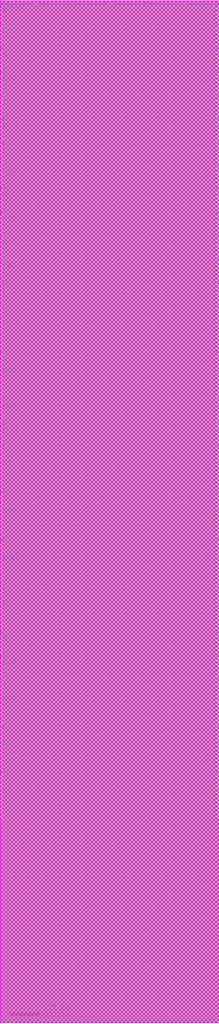
<source format=lef>
# Copyright 2022 GlobalFoundries PDK Authors
#
# Licensed under the Apache License, Version 2.0 (the "License");
# you may not use this file except in compliance with the License.
# You may obtain a copy of the License at
#
#     http://www.apache.org/licenses/LICENSE-2.0
#
# Unless required by applicable law or agreed to in writing, software
# distributed under the License is distributed on an "AS IS" BASIS,
# WITHOUT WARRANTIES OR CONDITIONS OF ANY KIND, either express or implied.
# See the License for the specific language governing permissions and
# limitations under the License.

MACRO gf180mcu_fd_io__dvss
  CLASS PAD POWER ;
  ORIGIN 0 0 ;
  FOREIGN gf180mcu_fd_io__dvss 0 0 ;
  SIZE 75 BY 350 ;
  SYMMETRY X Y R90 ;
  SITE GF_IO_Site ;
  PIN DVSS
    DIRECTION INOUT ;
    USE GROUND ;
    PORT
      LAYER Metal4 ;
        RECT 74 102 75 117 ;
    END
    PORT
      LAYER Metal4 ;
        RECT 74 86 75 101 ;
    END
    PORT
      LAYER Metal4 ;
        RECT 74 70 75 85 ;
    END
    PORT
      LAYER Metal4 ;
        RECT 74 126 75 133 ;
    END
    PORT
      LAYER Metal4 ;
        RECT 74 198 75 205 ;
    END
    PORT
      LAYER Metal4 ;
        RECT 74 230 75 245 ;
    END
    PORT
      LAYER Metal4 ;
        RECT 74 246 75 253 ;
    END
    PORT
      LAYER Metal4 ;
        RECT 74 286 75 293 ;
    END
    PORT
      LAYER Metal4 ;
        RECT 74 302 75 309 ;
    END
    PORT
      LAYER Metal4 ;
        RECT 74 318 75 325 ;
    END
    PORT
      LAYER Metal4 ;
        RECT 74 326 75 333 ;
    END
    PORT
      LAYER Metal4 ;
        RECT 74 342 75 348.39 ;
    END
    PORT
      LAYER Metal3 ;
        RECT 74 102 75 117 ;
    END
    PORT
      LAYER Metal3 ;
        RECT 74 86 75 101 ;
    END
    PORT
      LAYER Metal3 ;
        RECT 74 70 75 85 ;
    END
    PORT
      LAYER Metal3 ;
        RECT 74 126 75 133 ;
    END
    PORT
      LAYER Metal3 ;
        RECT 74 198 75 205 ;
    END
    PORT
      LAYER Metal3 ;
        RECT 74 230 75 245 ;
    END
    PORT
      LAYER Metal3 ;
        RECT 74 246 75 253 ;
    END
    PORT
      LAYER Metal3 ;
        RECT 74 286 75 293 ;
    END
    PORT
      LAYER Metal3 ;
        RECT 74 302 75 309 ;
    END
    PORT
      LAYER Metal3 ;
        RECT 74 318 75 325 ;
    END
    PORT
      LAYER Metal3 ;
        RECT 74 326 75 333 ;
    END
    PORT
      LAYER Metal3 ;
        RECT 74 342 75 348.39 ;
    END
    PORT
        CLASS CORE ;
      LAYER Metal2 ;
        RECT 1.36 349 10.86 350 ;
    END
    PORT
        CLASS CORE ;
      LAYER Metal2 ;
        RECT 13.76 349 24.01 350 ;
    END
    PORT
        CLASS CORE ;
      LAYER Metal2 ;
        RECT 25.61 349 35.86 350 ;
    END
    PORT
        CLASS CORE ;
      LAYER Metal2 ;
        RECT 39.14 349 49.39 350 ;
    END
    PORT
        CLASS CORE ;
      LAYER Metal2 ;
        RECT 50.99 349 61.24 350 ;
    END
    PORT
      LAYER Metal3 ;
        RECT 0 342 1 348.39 ;
    END
    PORT
      LAYER Metal3 ;
        RECT 0 326 1 333 ;
    END
    PORT
      LAYER Metal3 ;
        RECT 0 318 1 325 ;
    END
    PORT
      LAYER Metal3 ;
        RECT 0 302 1 309 ;
    END
    PORT
      LAYER Metal3 ;
        RECT 0 286 1 293 ;
    END
    PORT
      LAYER Metal3 ;
        RECT 0 246 1 253 ;
    END
    PORT
      LAYER Metal3 ;
        RECT 0 230 1 245 ;
    END
    PORT
      LAYER Metal3 ;
        RECT 0 198 1 205 ;
    END
    PORT
      LAYER Metal3 ;
        RECT 0 126 1 133 ;
    END
    PORT
      LAYER Metal3 ;
        RECT 0 70 1 85 ;
    END
    PORT
      LAYER Metal3 ;
        RECT 0 86 1 101 ;
    END
    PORT
      LAYER Metal4 ;
        RECT 0 342 1 348.39 ;
    END
    PORT
      LAYER Metal4 ;
        RECT 0 326 1 333 ;
    END
    PORT
      LAYER Metal4 ;
        RECT 0 318 1 325 ;
    END
    PORT
      LAYER Metal4 ;
        RECT 0 302 1 309 ;
    END
    PORT
      LAYER Metal4 ;
        RECT 0 286 1 293 ;
    END
    PORT
      LAYER Metal4 ;
        RECT 0 246 1 253 ;
    END
    PORT
      LAYER Metal4 ;
        RECT 0 230 1 245 ;
    END
    PORT
      LAYER Metal4 ;
        RECT 0 198 1 205 ;
    END
    PORT
      LAYER Metal4 ;
        RECT 0 126 1 133 ;
    END
    PORT
      LAYER Metal4 ;
        RECT 0 70 1 85 ;
    END
    PORT
      LAYER Metal4 ;
        RECT 0 86 1 101 ;
    END
    PORT
      LAYER Metal4 ;
        RECT 0 102 1 117 ;
    END
    PORT
      LAYER Metal3 ;
        RECT 0 102 1 117 ;
    END
    PORT
        CLASS CORE ;
      LAYER Metal2 ;
        RECT 64.14 349 73.64 350 ;
    END
  END DVSS
  PIN DVDD
    DIRECTION INOUT ;
    USE POWER ;
    PORT
      LAYER Metal4 ;
        RECT 74 118 75 125 ;
    END
    PORT
      LAYER Metal4 ;
        RECT 74 182 75 197 ;
    END
    PORT
      LAYER Metal4 ;
        RECT 74 166 75 181 ;
    END
    PORT
      LAYER Metal4 ;
        RECT 74 150 75 165 ;
    END
    PORT
      LAYER Metal4 ;
        RECT 74 134 75 149 ;
    END
    PORT
      LAYER Metal4 ;
        RECT 74 214 75 229 ;
    END
    PORT
      LAYER Metal4 ;
        RECT 74 206 75 213 ;
    END
    PORT
      LAYER Metal4 ;
        RECT 74 278 75 285 ;
    END
    PORT
      LAYER Metal4 ;
        RECT 74 270 75 277 ;
    END
    PORT
      LAYER Metal4 ;
        RECT 74 262 75 269 ;
    END
    PORT
      LAYER Metal4 ;
        RECT 74 294 75 301 ;
    END
    PORT
      LAYER Metal4 ;
        RECT 74 334 75 341 ;
    END
    PORT
      LAYER Metal3 ;
        RECT 74 118 75 125 ;
    END
    PORT
      LAYER Metal3 ;
        RECT 74 182 75 197 ;
    END
    PORT
      LAYER Metal3 ;
        RECT 74 166 75 181 ;
    END
    PORT
      LAYER Metal3 ;
        RECT 74 150 75 165 ;
    END
    PORT
      LAYER Metal3 ;
        RECT 74 134 75 149 ;
    END
    PORT
      LAYER Metal3 ;
        RECT 74 214 75 229 ;
    END
    PORT
      LAYER Metal3 ;
        RECT 74 206 75 213 ;
    END
    PORT
      LAYER Metal3 ;
        RECT 74 278 75 285 ;
    END
    PORT
      LAYER Metal3 ;
        RECT 74 270 75 277 ;
    END
    PORT
      LAYER Metal3 ;
        RECT 74 262 75 269 ;
    END
    PORT
      LAYER Metal3 ;
        RECT 74 294 75 301 ;
    END
    PORT
      LAYER Metal3 ;
        RECT 74 334 75 341 ;
    END
    PORT
      LAYER Metal3 ;
        RECT 0 334 1 341 ;
    END
    PORT
      LAYER Metal3 ;
        RECT 0 294 1 301 ;
    END
    PORT
      LAYER Metal3 ;
        RECT 0 262 1 269 ;
    END
    PORT
      LAYER Metal3 ;
        RECT 0 270 1 277 ;
    END
    PORT
      LAYER Metal3 ;
        RECT 0 278 1 285 ;
    END
    PORT
      LAYER Metal3 ;
        RECT 0 206 1 213 ;
    END
    PORT
      LAYER Metal3 ;
        RECT 0 214 1 229 ;
    END
    PORT
      LAYER Metal3 ;
        RECT 0 134 1 149 ;
    END
    PORT
      LAYER Metal3 ;
        RECT 0 150 1 165 ;
    END
    PORT
      LAYER Metal3 ;
        RECT 0 166 1 181 ;
    END
    PORT
      LAYER Metal3 ;
        RECT 0 182 1 197 ;
    END
    PORT
      LAYER Metal4 ;
        RECT 0 334 1 341 ;
    END
    PORT
      LAYER Metal4 ;
        RECT 0 294 1 301 ;
    END
    PORT
      LAYER Metal4 ;
        RECT 0 262 1 269 ;
    END
    PORT
      LAYER Metal4 ;
        RECT 0 270 1 277 ;
    END
    PORT
      LAYER Metal4 ;
        RECT 0 278 1 285 ;
    END
    PORT
      LAYER Metal4 ;
        RECT 0 206 1 213 ;
    END
    PORT
      LAYER Metal4 ;
        RECT 0 214 1 229 ;
    END
    PORT
      LAYER Metal4 ;
        RECT 0 134 1 149 ;
    END
    PORT
      LAYER Metal4 ;
        RECT 0 150 1 165 ;
    END
    PORT
      LAYER Metal4 ;
        RECT 0 166 1 181 ;
    END
    PORT
      LAYER Metal4 ;
        RECT 0 182 1 197 ;
    END
    PORT
      LAYER Metal4 ;
        RECT 0 118 1 125 ;
    END
    PORT
      LAYER Metal3 ;
        RECT 0 118 1 125 ;
    END
  END DVDD
  PIN VDD
    DIRECTION INOUT ;
    USE POWER ;
    PORT
      LAYER Metal4 ;
        RECT 74 254 75 261 ;
    END
    PORT
      LAYER Metal4 ;
        RECT 74 310 75 317 ;
    END
    PORT
      LAYER Metal3 ;
        RECT 74 254 75 261 ;
    END
    PORT
      LAYER Metal3 ;
        RECT 74 310 75 317 ;
    END
    PORT
      LAYER Metal3 ;
        RECT 0 310 1 317 ;
    END
    PORT
      LAYER Metal4 ;
        RECT 0 310 1 317 ;
    END
    PORT
      LAYER Metal4 ;
        RECT 0 254 1 261 ;
    END
    PORT
      LAYER Metal3 ;
        RECT 0 254 1 261 ;
    END
  END VDD
  OBS
    LAYER Metal1 ;
      RECT 0 0 75 350 ;
    LAYER Metal2 ;
      POLYGON 75 350 73.92 350 73.92 348.72 63.86 348.72 63.86 350 61.52 350 61.52 348.72 50.71 348.72 50.71 350 49.67 350 49.67 348.72 38.86 348.72 38.86 350 36.14 350 36.14 348.72 25.33 348.72 25.33 350 24.29 350 24.29 348.72 13.48 348.72 13.48 350 11.14 350 11.14 348.72 1.08 348.72 1.08 350 0 350 0 0 75 0 ;
    LAYER Metal3 ;
      POLYGON 75 69.72 73.72 69.72 73.72 85.28 75 85.28 75 85.72 73.72 85.72 73.72 101.28 75 101.28 75 101.72 73.72 101.72 73.72 117.28 75 117.28 75 117.72 73.72 117.72 73.72 125.28 75 125.28 75 125.72 73.72 125.72 73.72 133.28 75 133.28 75 133.72 73.72 133.72 73.72 149.28 75 149.28 75 149.72 73.72 149.72 73.72 165.28 75 165.28 75 165.72 73.72 165.72 73.72 181.28 75 181.28 75 181.72 73.72 181.72 73.72 197.28 75 197.28 75 197.72 73.72 197.72 73.72 205.28 75 205.28 75 205.72 73.72 205.72 73.72 213.28 75 213.28 75 213.72 73.72 213.72 73.72 229.28 75 229.28 75 229.72 73.72 229.72 73.72 245.28 75 245.28 75 245.72 73.72 245.72 73.72 253.28 75 253.28 75 253.72 73.72 253.72 73.72 261.28 75 261.28 75 261.72 73.72 261.72 73.72 269.28 75 269.28 75 269.72 73.72 269.72 73.72 277.28 75 277.28 75 277.72 73.72 277.72 73.72 285.28 75 285.28 75 285.72 73.72 285.72 73.72 293.28 75 293.28 75 293.72 73.72 293.72 73.72 301.28 75 301.28 75 301.72 73.72 301.72 73.72 309.28 75 309.28 75 309.72 73.72 309.72 73.72 317.28 75 317.28 75 317.72 73.72 317.72 73.72 325.28 75 325.28 75 325.72 73.72 325.72 73.72 333.28 75 333.28 75 333.72 73.72 333.72 73.72 341.28 75 341.28 75 341.72 73.72 341.72 73.72 348.67 75 348.67 75 350 0 350 0 348.67 1.28 348.67 1.28 341.72 0 341.72 0 341.28 1.28 341.28 1.28 333.72 0 333.72 0 333.28 1.28 333.28 1.28 325.72 0 325.72 0 325.28 1.28 325.28 1.28 317.72 0 317.72 0 317.28 1.28 317.28 1.28 309.72 0 309.72 0 309.28 1.28 309.28 1.28 301.72 0 301.72 0 301.28 1.28 301.28 1.28 293.72 0 293.72 0 293.28 1.28 293.28 1.28 285.72 0 285.72 0 285.28 1.28 285.28 1.28 277.72 0 277.72 0 277.28 1.28 277.28 1.28 269.72 0 269.72 0 269.28 1.28 269.28 1.28 261.72 0 261.72 0 261.28 1.28 261.28 1.28 253.72 0 253.72 0 253.28 1.28 253.28 1.28 245.72 0 245.72 0 245.28 1.28 245.28 1.28 229.72 0 229.72 0 229.28 1.28 229.28 1.28 213.72 0 213.72 0 213.28 1.28 213.28 1.28 205.72 0 205.72 0 205.28 1.28 205.28 1.28 197.72 0 197.72 0 197.28 1.28 197.28 1.28 181.72 0 181.72 0 181.28 1.28 181.28 1.28 165.72 0 165.72 0 165.28 1.28 165.28 1.28 149.72 0 149.72 0 149.28 1.28 149.28 1.28 133.72 0 133.72 0 133.28 1.28 133.28 1.28 125.72 0 125.72 0 125.28 1.28 125.28 1.28 117.72 0 117.72 0 117.28 1.28 117.28 1.28 101.72 0 101.72 0 101.28 1.28 101.28 1.28 85.72 0 85.72 0 85.28 1.28 85.28 1.28 69.72 0 69.72 0 0 75 0 ;
    LAYER Metal4 ;
      POLYGON 75 69.72 73.72 69.72 73.72 85.28 75 85.28 75 85.72 73.72 85.72 73.72 101.28 75 101.28 75 101.72 73.72 101.72 73.72 117.28 75 117.28 75 117.72 73.72 117.72 73.72 125.28 75 125.28 75 125.72 73.72 125.72 73.72 133.28 75 133.28 75 133.72 73.72 133.72 73.72 149.28 75 149.28 75 149.72 73.72 149.72 73.72 165.28 75 165.28 75 165.72 73.72 165.72 73.72 181.28 75 181.28 75 181.72 73.72 181.72 73.72 197.28 75 197.28 75 197.72 73.72 197.72 73.72 205.28 75 205.28 75 205.72 73.72 205.72 73.72 213.28 75 213.28 75 213.72 73.72 213.72 73.72 229.28 75 229.28 75 229.72 73.72 229.72 73.72 245.28 75 245.28 75 245.72 73.72 245.72 73.72 253.28 75 253.28 75 253.72 73.72 253.72 73.72 261.28 75 261.28 75 261.72 73.72 261.72 73.72 269.28 75 269.28 75 269.72 73.72 269.72 73.72 277.28 75 277.28 75 277.72 73.72 277.72 73.72 285.28 75 285.28 75 285.72 73.72 285.72 73.72 293.28 75 293.28 75 293.72 73.72 293.72 73.72 301.28 75 301.28 75 301.72 73.72 301.72 73.72 309.28 75 309.28 75 309.72 73.72 309.72 73.72 317.28 75 317.28 75 317.72 73.72 317.72 73.72 325.28 75 325.28 75 325.72 73.72 325.72 73.72 333.28 75 333.28 75 333.72 73.72 333.72 73.72 341.28 75 341.28 75 341.72 73.72 341.72 73.72 348.67 75 348.67 75 350 0 350 0 348.67 1.28 348.67 1.28 341.72 0 341.72 0 341.28 1.28 341.28 1.28 333.72 0 333.72 0 333.28 1.28 333.28 1.28 325.72 0 325.72 0 325.28 1.28 325.28 1.28 317.72 0 317.72 0 317.28 1.28 317.28 1.28 309.72 0 309.72 0 309.28 1.28 309.28 1.28 301.72 0 301.72 0 301.28 1.28 301.28 1.28 293.72 0 293.72 0 293.28 1.28 293.28 1.28 285.72 0 285.72 0 285.28 1.28 285.28 1.28 277.72 0 277.72 0 277.28 1.28 277.28 1.28 269.72 0 269.72 0 269.28 1.28 269.28 1.28 261.72 0 261.72 0 261.28 1.28 261.28 1.28 253.72 0 253.72 0 253.28 1.28 253.28 1.28 245.72 0 245.72 0 245.28 1.28 245.28 1.28 229.72 0 229.72 0 229.28 1.28 229.28 1.28 213.72 0 213.72 0 213.28 1.28 213.28 1.28 205.72 0 205.72 0 205.28 1.28 205.28 1.28 197.72 0 197.72 0 197.28 1.28 197.28 1.28 181.72 0 181.72 0 181.28 1.28 181.28 1.28 165.72 0 165.72 0 165.28 1.28 165.28 1.28 149.72 0 149.72 0 149.28 1.28 149.28 1.28 133.72 0 133.72 0 133.28 1.28 133.28 1.28 125.72 0 125.72 0 125.28 1.28 125.28 1.28 117.72 0 117.72 0 117.28 1.28 117.28 1.28 101.72 0 101.72 0 101.28 1.28 101.28 1.28 85.72 0 85.72 0 85.28 1.28 85.28 1.28 69.72 0 69.72 0 0 75 0 ;
    LAYER Via1 ;
      RECT 0 0 75 350 ;
    LAYER Via2 ;
      RECT 0 0 75 350 ;
    LAYER Via3 ;
      RECT 0 0 75 350 ;
  END

END gf180mcu_fd_io__dvss

</source>
